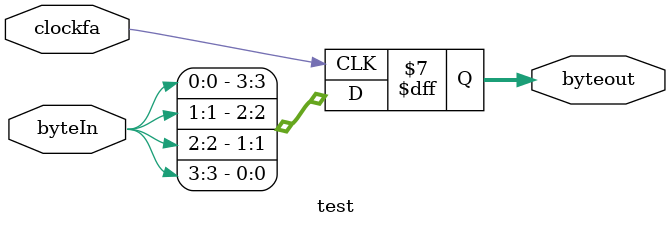
<source format=v>
module test(byteIn, clockfa, byteout);
input [3:0] byteIn;
input clockfa;
output [3:0] byteout;

task reversebyte;
    input [3:0] a;
	output [3:0] z;
	integer j;
	begin
	    for(j = 3; j >= 0; j = j -1)
		    z[j] = a[3-j];
	end
endtask

always @ (negedge clockfa)
    reversebyte(byteIn, byteout);

endmodule

</source>
